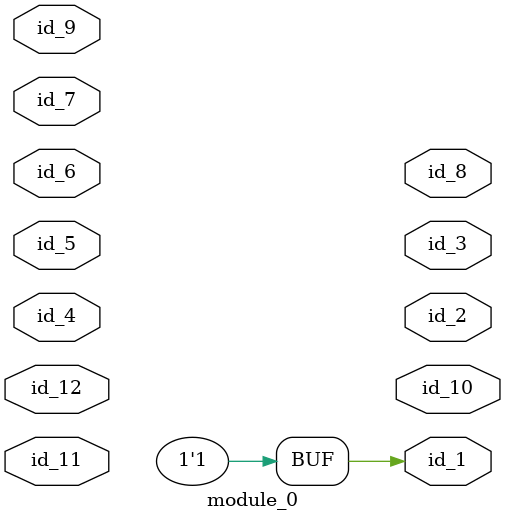
<source format=v>
`define pp_12 0
`define pp_13 0
`define pp_14 0
`define pp_15 0
module module_0 (
    id_1,
    id_2,
    id_3,
    id_4,
    id_5,
    id_6,
    id_7,
    id_8,
    id_9,
    id_10,
    id_11,
    id_12
);
  input id_12;
  inout id_11;
  output id_10;
  inout id_9;
  output id_8;
  input id_7;
  inout id_6;
  inout id_5;
  inout id_4;
  output id_3;
  output id_2;
  output id_1;
  assign id_1 = 1;
endmodule

</source>
